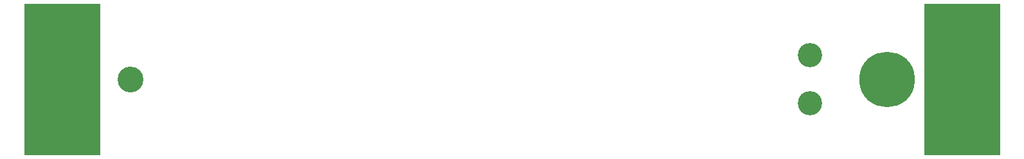
<source format=gbs>
G04 EAGLE Gerber RS-274X export*
G75*
%MOMM*%
%FSLAX34Y34*%
%LPD*%
%INSoldermask Bottom*%
%IPPOS*%
%AMOC8*
5,1,8,0,0,1.08239X$1,22.5*%
G01*
%ADD10C,3.403200*%
%ADD11C,3.203200*%
%ADD12R,10.000000X20.000000*%
%ADD13C,7.319200*%


D10*
X139450Y100250D03*
D11*
X1034800Y132000D03*
X1034800Y68500D03*
D12*
X50000Y100000D03*
X1235000Y100000D03*
D13*
X1136400Y100250D03*
M02*

</source>
